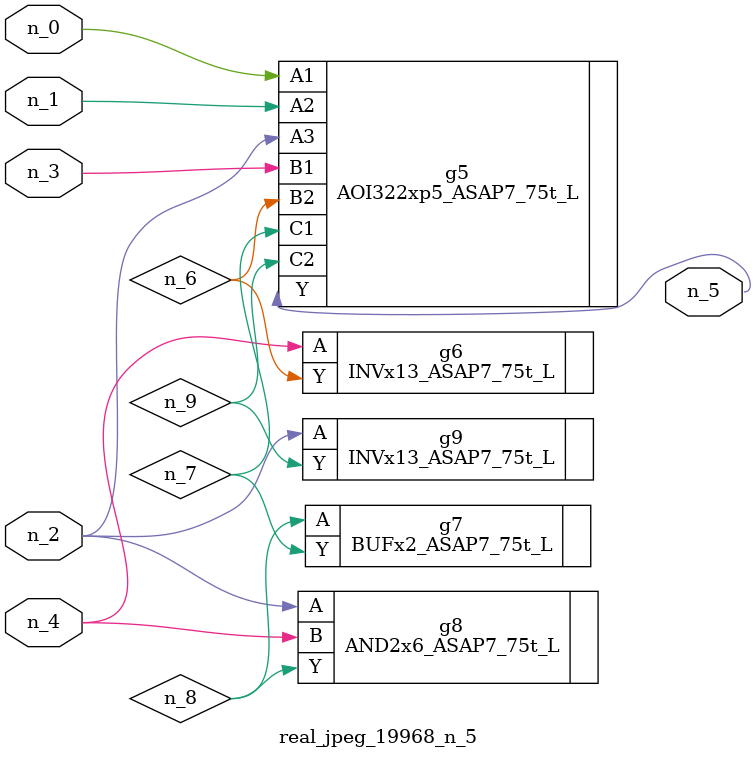
<source format=v>
module real_jpeg_19968_n_5 (n_4, n_0, n_1, n_2, n_3, n_5);

input n_4;
input n_0;
input n_1;
input n_2;
input n_3;

output n_5;

wire n_8;
wire n_6;
wire n_7;
wire n_9;

AOI322xp5_ASAP7_75t_L g5 ( 
.A1(n_0),
.A2(n_1),
.A3(n_2),
.B1(n_3),
.B2(n_6),
.C1(n_7),
.C2(n_9),
.Y(n_5)
);

AND2x6_ASAP7_75t_L g8 ( 
.A(n_2),
.B(n_4),
.Y(n_8)
);

INVx13_ASAP7_75t_L g9 ( 
.A(n_2),
.Y(n_9)
);

INVx13_ASAP7_75t_L g6 ( 
.A(n_4),
.Y(n_6)
);

BUFx2_ASAP7_75t_L g7 ( 
.A(n_8),
.Y(n_7)
);


endmodule
</source>
